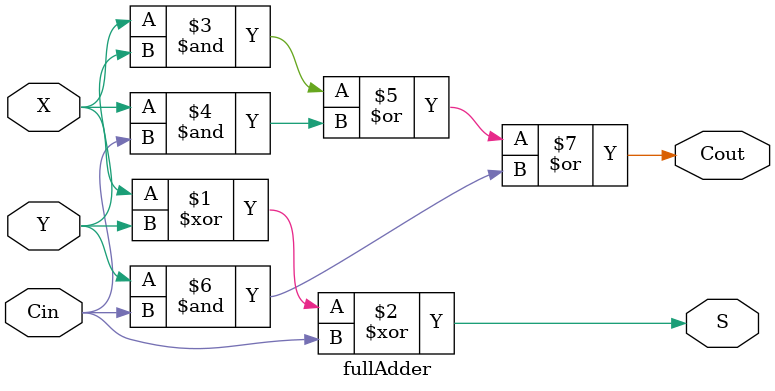
<source format=v>
`timescale 1ns / 1ps

module FullAdder( carryin, x3, x2, x1, x0, y3, y2, y1, y0, s3, s2, s1, s0, carryout );
  
    input carryin, x3, x2, x1, x0, y3, y2, y1, y0;
    output s3, s2, s1, s0, carryout;
    wire c0, c1, c2, c3, c4, c5, c6, c7;
    assign carryin = 0;
    
    fullAdder stage0 ( c0, x0, y0, s0, c1 );
    fullAdder stage1 ( c1, x1, y1, s1, c2 );
    fullAdder stage2 ( c2, x2, y2, s2, c3 );
    fullAdder stage3 ( c3, x3, y3, s3, c4 );
    fullAdder stage4 ( c4, x4, y4, s4, c5 );
    fullAdder stage5 ( c5, x5, y5, s5, c6 );
    fullAdder stage6 ( c6, x6, y6, s6, c7 );
    fullAdder stage7 ( c7, x7, y7, s7, carryout );
    
endmodule

module fullAdder( Cin, X, Y, S, Cout );
  
    input Cin, X, Y;
    output S, Cout;
    assign S = X ^ Y ^ Cin;
    assign Cout = ( X & Y ) | ( X & Cin ) | ( Y & Cin );
    
endmodule



</source>
